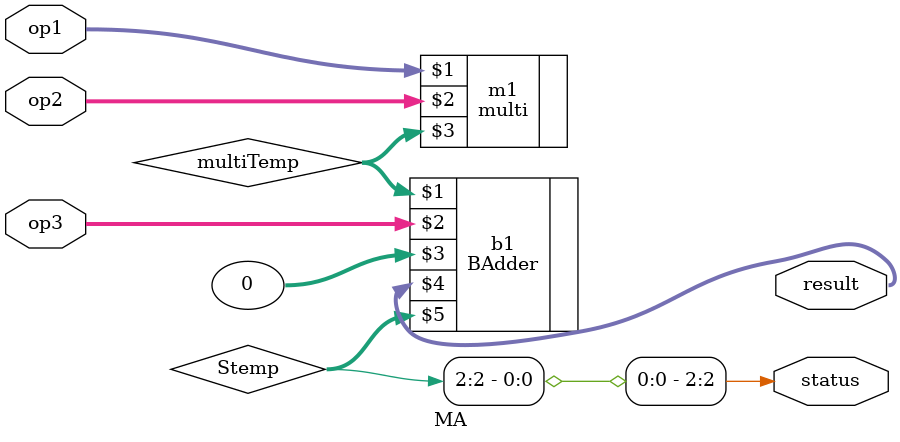
<source format=v>
module MA(op1,op2,op3,result,status);
input [7:0] op1,op2,op3;
output [7:0] result;
output reg [3:0] status;
wire [7:0] multiTemp;
wire [3:0] Stemp;
multi m1(op1,op2,multiTemp);
BAdder b1(multiTemp,op3,0,result,Stemp);
always@* begin
status[2] = Stemp[2];
end
endmodule

</source>
